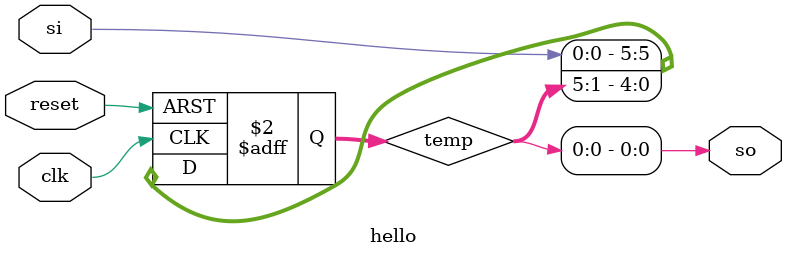
<source format=v>

module hello #(parameter  N=6)(so,clk,reset,si);
    input clk, reset, si;
    output so;
     
    reg [N-1:0] temp;

    always @(posedge clk or posedge reset) begin
        if(reset) temp<=0;
        else begin
            temp<={si,temp[N-1:1]};
        end
    end
    assign so=temp[0];
endmodule
</source>
